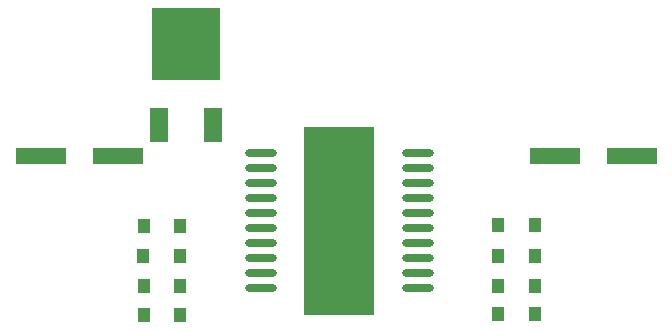
<source format=gtp>
G04 Layer: TopPasteMaskLayer*
G04 EasyEDA v6.5.23, 2023-05-07 17:20:53*
G04 06317d6caa1047b3ac86ced241ba49f9,e617cb807303496c873bc539bd577a54,10*
G04 Gerber Generator version 0.2*
G04 Scale: 100 percent, Rotated: No, Reflected: No *
G04 Dimensions in millimeters *
G04 leading zeros omitted , absolute positions ,4 integer and 5 decimal *
%FSLAX45Y45*%
%MOMM*%

%AMMACRO1*21,1,$1,$2,0,0,$3*%
%ADD10R,1.6000X3.0000*%
%ADD11R,5.8000X6.2000*%
%ADD12R,4.2000X1.4000*%
%ADD13O,2.6954987999999998X0.6510020000000001*%
%ADD14MACRO1,6X15.9X0.0000*%
%ADD15R,1.0000X1.2000*%

%LPD*%
D10*
G01*
X1420977Y3807587D03*
G01*
X1879015Y3807587D03*
D11*
G01*
X1650009Y4492396D03*
D12*
G01*
X1076705Y3549980D03*
G01*
X423290Y3549980D03*
G01*
X4773269Y3549980D03*
G01*
X5426709Y3549980D03*
D13*
G01*
X2285238Y3571494D03*
G01*
X2285238Y3444494D03*
G01*
X2285238Y3317494D03*
G01*
X2285238Y3190494D03*
G01*
X2285238Y3063494D03*
G01*
X2285238Y2936494D03*
G01*
X2285238Y2809494D03*
G01*
X2285238Y2682494D03*
G01*
X2285238Y2555494D03*
G01*
X2285238Y2428494D03*
G01*
X3614775Y3571494D03*
G01*
X3614775Y3444494D03*
G01*
X3614775Y3317494D03*
G01*
X3614775Y3190494D03*
G01*
X3614775Y3063494D03*
G01*
X3614775Y2936494D03*
G01*
X3614775Y2809494D03*
G01*
X3614775Y2682494D03*
G01*
X3614775Y2555494D03*
G01*
X3614775Y2428494D03*
D14*
G01*
X2949994Y2999994D03*
D15*
G01*
X1598498Y2699283D03*
G01*
X1288516Y2699283D03*
G01*
X1605000Y2199995D03*
G01*
X1295019Y2199995D03*
G01*
X4294936Y2212263D03*
G01*
X4604918Y2212263D03*
G01*
X4294936Y2962275D03*
G01*
X4604918Y2962275D03*
G01*
X4604994Y2703982D03*
G01*
X4295013Y2703982D03*
G01*
X4604994Y2449982D03*
G01*
X4295013Y2449982D03*
G01*
X1295019Y2449982D03*
G01*
X1605000Y2449982D03*
G01*
X1295019Y2949981D03*
G01*
X1605000Y2949981D03*
M02*

</source>
